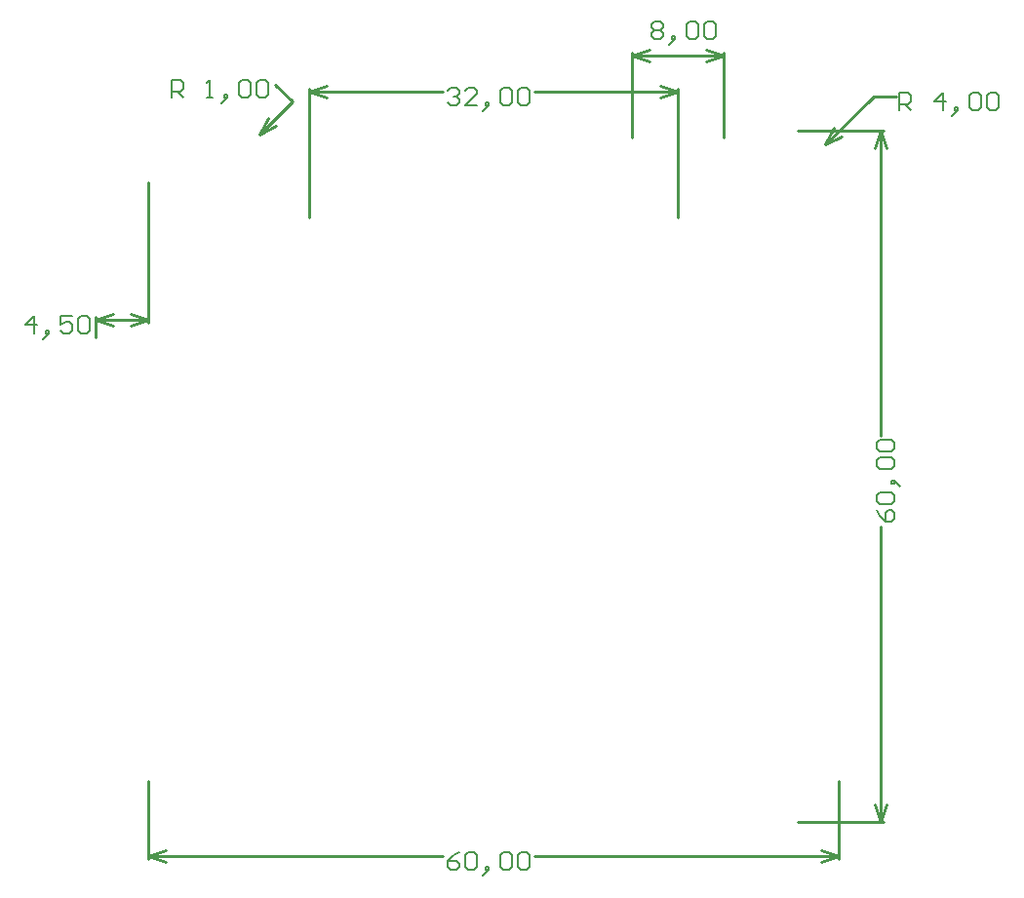
<source format=gbr>
%TF.GenerationSoftware,Altium Limited,Altium Designer,22.7.1 (60)*%
G04 Layer_Color=16776960*
%FSLAX43Y43*%
%MOMM*%
%TF.SameCoordinates,DFFB733E-25EA-4B03-B04C-AB34F345C761*%
%TF.FilePolarity,Positive*%
%TF.FileFunction,Other,Top_Dims*%
%TF.Part,Single*%
G01*
G75*
%TA.AperFunction,NonConductor*%
%ADD39C,0.152*%
%ADD41C,0.254*%
D39*
X2097Y62868D02*
Y64391D01*
X2859D01*
X3113Y64137D01*
Y63630D01*
X2859Y63376D01*
X2097D01*
X2605D02*
X3113Y62868D01*
X5144D02*
X5652D01*
X5398D01*
Y64391D01*
X5144Y64137D01*
X6668Y62614D02*
X6921Y62868D01*
Y63122D01*
X6668D01*
Y62868D01*
X6921D01*
X6668Y62614D01*
X6414Y62360D01*
X7937Y64137D02*
X8191Y64391D01*
X8699D01*
X8953Y64137D01*
Y63122D01*
X8699Y62868D01*
X8191D01*
X7937Y63122D01*
Y64137D01*
X9461D02*
X9715Y64391D01*
X10222D01*
X10476Y64137D01*
Y63122D01*
X10222Y62868D01*
X9715D01*
X9461Y63122D01*
Y64137D01*
X65254Y61832D02*
Y63355D01*
X66016D01*
X66270Y63102D01*
Y62594D01*
X66016Y62340D01*
X65254D01*
X65762D02*
X66270Y61832D01*
X69063D02*
Y63355D01*
X68301Y62594D01*
X69317D01*
X70078Y61578D02*
X70332Y61832D01*
Y62086D01*
X70078D01*
Y61832D01*
X70332D01*
X70078Y61578D01*
X69825Y61324D01*
X71348Y63102D02*
X71602Y63355D01*
X72110D01*
X72364Y63102D01*
Y62086D01*
X72110Y61832D01*
X71602D01*
X71348Y62086D01*
Y63102D01*
X72872D02*
X73125Y63355D01*
X73633D01*
X73887Y63102D01*
Y62086D01*
X73633Y61832D01*
X73125D01*
X72872Y62086D01*
Y63102D01*
X-9883Y42432D02*
Y43955D01*
X-10645Y43194D01*
X-9629D01*
X-8868Y42178D02*
X-8614Y42432D01*
Y42686D01*
X-8868D01*
Y42432D01*
X-8614D01*
X-8868Y42178D01*
X-9121Y41924D01*
X-6582Y43955D02*
X-7598D01*
Y43194D01*
X-7090Y43448D01*
X-6836D01*
X-6582Y43194D01*
Y42686D01*
X-6836Y42432D01*
X-7344D01*
X-7598Y42686D01*
X-6074Y43702D02*
X-5821Y43955D01*
X-5313D01*
X-5059Y43702D01*
Y42686D01*
X-5313Y42432D01*
X-5821D01*
X-6074Y42686D01*
Y43702D01*
X43752Y69230D02*
X44006Y69484D01*
X44514D01*
X44768Y69230D01*
Y68976D01*
X44514Y68722D01*
X44768Y68468D01*
Y68214D01*
X44514Y67960D01*
X44006D01*
X43752Y68214D01*
Y68468D01*
X44006Y68722D01*
X43752Y68976D01*
Y69230D01*
X44006Y68722D02*
X44514D01*
X45530Y67706D02*
X45784Y67960D01*
Y68214D01*
X45530D01*
Y67960D01*
X45784D01*
X45530Y67706D01*
X45276Y67452D01*
X46799Y69230D02*
X47053Y69484D01*
X47561D01*
X47815Y69230D01*
Y68214D01*
X47561Y67960D01*
X47053D01*
X46799Y68214D01*
Y69230D01*
X48323D02*
X48577Y69484D01*
X49085D01*
X49339Y69230D01*
Y68214D01*
X49085Y67960D01*
X48577D01*
X48323Y68214D01*
Y69230D01*
X26039Y63502D02*
X26293Y63755D01*
X26801D01*
X27054Y63502D01*
Y63248D01*
X26801Y62994D01*
X26547D01*
X26801D01*
X27054Y62740D01*
Y62486D01*
X26801Y62232D01*
X26293D01*
X26039Y62486D01*
X28578Y62232D02*
X27562D01*
X28578Y63248D01*
Y63502D01*
X28324Y63755D01*
X27816D01*
X27562Y63502D01*
X29340Y61978D02*
X29594Y62232D01*
Y62486D01*
X29340D01*
Y62232D01*
X29594D01*
X29340Y61978D01*
X29086Y61724D01*
X30609Y63502D02*
X30863Y63755D01*
X31371D01*
X31625Y63502D01*
Y62486D01*
X31371Y62232D01*
X30863D01*
X30609Y62486D01*
Y63502D01*
X32133D02*
X32387Y63755D01*
X32895D01*
X33148Y63502D01*
Y62486D01*
X32895Y62232D01*
X32387D01*
X32133Y62486D01*
Y63502D01*
X63245Y27054D02*
X63498Y26547D01*
X64006Y26039D01*
X64514D01*
X64768Y26293D01*
Y26801D01*
X64514Y27054D01*
X64260D01*
X64006Y26801D01*
Y26039D01*
X63498Y27562D02*
X63245Y27816D01*
Y28324D01*
X63498Y28578D01*
X64514D01*
X64768Y28324D01*
Y27816D01*
X64514Y27562D01*
X63498D01*
X65022Y29340D02*
X64768Y29594D01*
X64514D01*
Y29340D01*
X64768D01*
Y29594D01*
X65022Y29340D01*
X65276Y29086D01*
X63498Y30609D02*
X63245Y30863D01*
Y31371D01*
X63498Y31625D01*
X64514D01*
X64768Y31371D01*
Y30863D01*
X64514Y30609D01*
X63498D01*
Y32133D02*
X63245Y32387D01*
Y32895D01*
X63498Y33148D01*
X64514D01*
X64768Y32895D01*
Y32387D01*
X64514Y32133D01*
X63498D01*
X27054Y-2645D02*
X26547Y-2898D01*
X26039Y-3406D01*
Y-3914D01*
X26293Y-4168D01*
X26801D01*
X27054Y-3914D01*
Y-3660D01*
X26801Y-3406D01*
X26039D01*
X27562Y-2898D02*
X27816Y-2645D01*
X28324D01*
X28578Y-2898D01*
Y-3914D01*
X28324Y-4168D01*
X27816D01*
X27562Y-3914D01*
Y-2898D01*
X29340Y-4422D02*
X29594Y-4168D01*
Y-3914D01*
X29340D01*
Y-4168D01*
X29594D01*
X29340Y-4422D01*
X29086Y-4676D01*
X30609Y-2898D02*
X30863Y-2645D01*
X31371D01*
X31625Y-2898D01*
Y-3914D01*
X31371Y-4168D01*
X30863D01*
X30609Y-3914D01*
Y-2898D01*
X32133D02*
X32387Y-2645D01*
X32895D01*
X33148Y-2898D01*
Y-3914D01*
X32895Y-4168D01*
X32387D01*
X32133Y-3914D01*
Y-2898D01*
D41*
X11035Y64036D02*
X12536Y62536D01*
X9707Y59707D02*
X12536Y62536D01*
X9707Y59707D02*
X11144Y60426D01*
X9707Y59707D02*
X10426Y61144D01*
X63000Y63000D02*
X65000D01*
X58828Y58828D02*
X63000Y63000D01*
X58828Y58828D02*
X60265Y59547D01*
X58828Y58828D02*
X59547Y60265D01*
X-1524Y43092D02*
X0Y43600D01*
X-1524Y44108D02*
X0Y43600D01*
X-4500D02*
X-2976Y44108D01*
X-4500Y43600D02*
X-2976Y43092D01*
X-2250Y43600D02*
X0D01*
X-4500D02*
X-2250D01*
X0Y43346D02*
Y55546D01*
X-4500Y42100D02*
Y43854D01*
X42000Y66500D02*
X43524Y67008D01*
X42000Y66500D02*
X43524Y65992D01*
X48476D02*
X50000Y66500D01*
X48476Y67008D02*
X50000Y66500D01*
X42000D02*
X46000D01*
X50000D01*
X42000Y59454D02*
Y66754D01*
X50000Y59454D02*
Y66754D01*
X14000Y63400D02*
X15524Y63908D01*
X14000Y63400D02*
X15524Y62892D01*
X44476D02*
X46000Y63400D01*
X44476Y63908D02*
X46000Y63400D01*
X14000D02*
X25632D01*
X33555D02*
X46000D01*
X14000Y52454D02*
Y63654D01*
X46000Y52454D02*
Y63654D01*
X63092Y1524D02*
X63600Y0D01*
X64108Y1524D01*
X63600Y60000D02*
X64108Y58476D01*
X63092D02*
X63600Y60000D01*
Y0D02*
Y25632D01*
Y33555D02*
Y60000D01*
X56454Y0D02*
X63854D01*
X56454Y60000D02*
X63854D01*
X0Y-3000D02*
X1524Y-2492D01*
X0Y-3000D02*
X1524Y-3508D01*
X58476D02*
X60000Y-3000D01*
X58476Y-2492D02*
X60000Y-3000D01*
X0D02*
X25632D01*
X33555D02*
X60000D01*
X0Y-3254D02*
Y3546D01*
X60000Y-3254D02*
Y3546D01*
%TF.MD5,6bd92d5ebba4852d49dae7d76b6b7de1*%
M02*

</source>
